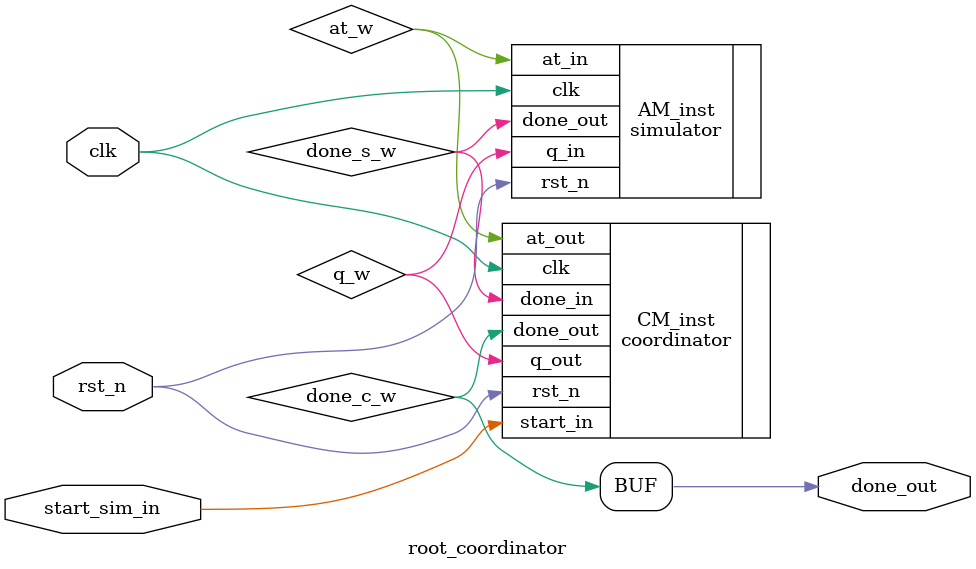
<source format=v>
`timescale 1ns / 1ps

module root_coordinator (
    input wire clk,
    input wire rst_n,
    input wire start_sim_in,
    output wire done_out
);
    
    // Cables de conexión
    wire at_w, q_w, done_s_w, done_c_w;

    // Instancia del Coordinator
    coordinator CM_inst (
        .clk(clk),
        .rst_n(rst_n),
        .start_in(start_sim_in),
        .done_in(done_s_w),
        .at_out(at_w),
        .q_out(q_w),
        .done_out(done_c_w)
    );

    // Instancia del Simulator
    simulator AM_inst (
        .clk(clk),
        .rst_n(rst_n),
        .at_in(at_w),
        .q_in(q_w),
        .done_out(done_s_w)
    );
    
    assign done_out = done_c_w;

endmodule
</source>
